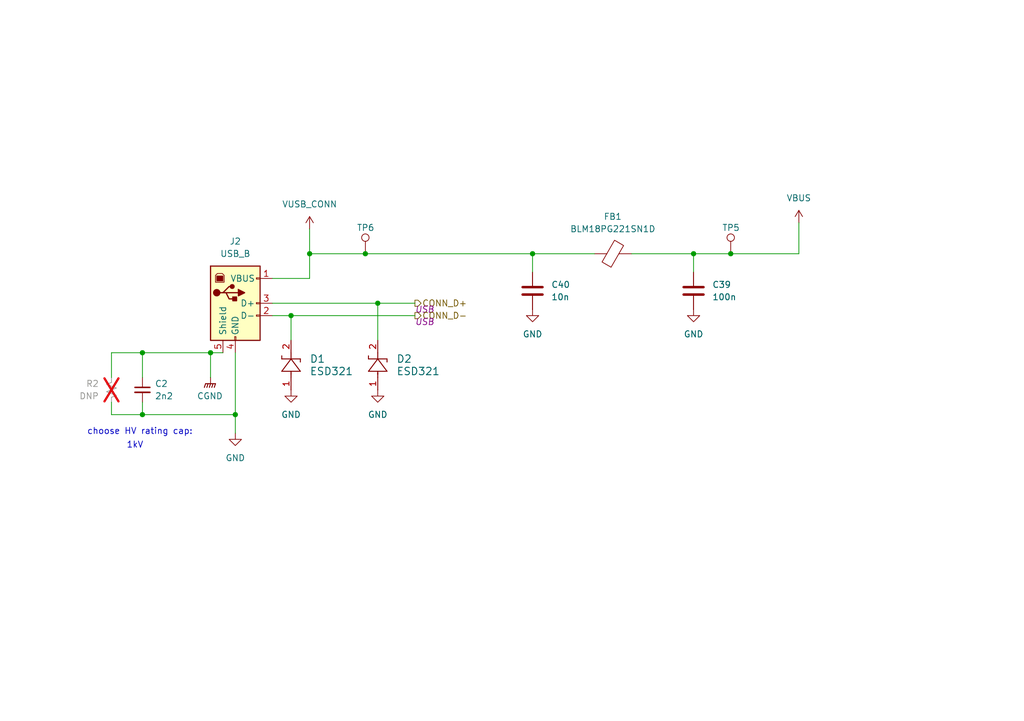
<source format=kicad_sch>
(kicad_sch (version 20231120) (generator "eeschema") (generator_version "8.0")
  (paper "A5")
  (lib_symbols
    (symbol "2024-10-02_15-56-16:ESD321DYAR" (pin_names (offset 0.254))
      (property "Reference" "D" (at 5.08 4.445 0))
      (property "Value" "ESD321DYAR" (at 5.08 -3.81 0))
      (symbol "ESD321DYAR_0_1"
        (polyline (pts (xy 2.54 0) (xy 3.4798 0)) (stroke (width 0.2032)))
        (polyline (pts (xy 3.175 0) (xy 3.81 0)) (stroke (width 0.2032)))
        (polyline (pts (xy 3.81 -1.905) (xy 6.35 0)) (stroke (width 0.2032)))
        (polyline (pts (xy 3.81 1.905) (xy 3.81 -1.905)) (stroke (width 0.2032)))
        (polyline (pts (xy 6.35 -1.905) (xy 5.715 -1.905)) (stroke (width 0.2032)))
        (polyline (pts (xy 6.35 -1.905) (xy 6.35 1.905)) (stroke (width 0.2032)))
        (polyline (pts (xy 6.35 0) (xy 3.81 1.905)) (stroke (width 0.2032)))
        (polyline (pts (xy 6.35 0) (xy 7.62 0)) (stroke (width 0.2032)))
        (polyline (pts (xy 6.35 1.905) (xy 6.985 1.905)) (stroke (width 0.2032)))
        (pin unspecified line (at 0 0 0) (length 2.54) (name "") (number "1"))
        (pin unspecified line (at 10.16 0 180) (length 2.54) (name "") (number "2"))
      )
    )
    (symbol "Connector:TestPoint" (pin_numbers hide) (pin_names (offset 0.762) hide)
      (property "Reference" "TP" (at 0 6.858 0))
      (property "Value" "TestPoint" (at 0 5.08 0))
      (symbol "TestPoint_0_1"
        (circle (center 0 3.302) (radius 0.762))
      )
      (symbol "TestPoint_1_1"
        (pin passive line (at 0 0 90) (length 2.54) (name "1") (number "1"))
      )
    )
    (symbol "Connector:USB_B" (pin_names (offset 1.016))
      (property "Reference" "J" (at -5.08 11.43 0))
      (property "Value" "USB_B" (at -5.08 8.89 0))
      (symbol "USB_B_0_1"
        (rectangle (start -5.08 -7.62) (end 5.08 7.62) (stroke (width 0.254)) (fill (type background)))
        (circle (center -3.81 2.159) (radius 0.635) (stroke (width 0.254)) (fill (type outline)))
        (rectangle (start -3.81 5.588) (end -2.54 4.572) (fill (type outline)))
        (circle (center -0.635 3.429) (radius 0.381) (stroke (width 0.254)) (fill (type outline)))
        (rectangle (start -0.127 -7.62) (end 0.127 -6.858))
        (polyline (pts (xy -1.905 2.159) (xy 0.635 2.159)) (stroke (width 0.254)))
        (polyline (pts (xy -3.175 2.159) (xy -2.54 2.159) (xy -1.27 3.429) (xy -0.635 3.429)) (stroke (width 0.254)))
        (polyline (pts (xy -2.54 2.159) (xy -1.905 2.159) (xy -1.27 0.889) (xy 0 0.889)) (stroke (width 0.254)))
        (polyline (pts (xy 0.635 2.794) (xy 0.635 1.524) (xy 1.905 2.159) (xy 0.635 2.794)) (stroke (width 0.254)) (fill (type outline)))
        (polyline (pts (xy -4.064 4.318) (xy -2.286 4.318) (xy -2.286 5.715) (xy -2.667 6.096) (xy -3.683 6.096) (xy -4.064 5.715) (xy -4.064 4.318)))
        (rectangle (start 0.254 1.27) (end -0.508 0.508) (stroke (width 0.254)) (fill (type outline)))
        (rectangle (start 5.08 -2.667) (end 4.318 -2.413))
        (rectangle (start 5.08 -0.127) (end 4.318 0.127))
        (rectangle (start 5.08 4.953) (end 4.318 5.207))
      )
      (symbol "USB_B_1_1"
        (pin power_out line (at 7.62 5.08 180) (length 2.54) (name "VBUS") (number "1"))
        (pin bidirectional line (at 7.62 -2.54 180) (length 2.54) (name "D-") (number "2"))
        (pin bidirectional line (at 7.62 0 180) (length 2.54) (name "D+") (number "3"))
        (pin power_out line (at 0 -10.16 90) (length 2.54) (name "GND") (number "4"))
        (pin passive line (at -2.54 -10.16 90) (length 2.54) (name "Shield") (number "5"))
      )
    )
    (symbol "Device:C" (pin_numbers hide) (pin_names (offset 0.254))
      (property "Reference" "C" (at 0.635 2.54 0))
      (property "Value" "C" (at 0.635 -2.54 0))
      (symbol "C_0_1"
        (polyline (pts (xy -2.032 -0.762) (xy 2.032 -0.762)) (stroke (width 0.508)))
        (polyline (pts (xy -2.032 0.762) (xy 2.032 0.762)) (stroke (width 0.508)))
      )
      (symbol "C_1_1"
        (pin passive line (at 0 3.81 270) (length 2.794) (name "~") (number "1"))
        (pin passive line (at 0 -3.81 90) (length 2.794) (name "~") (number "2"))
      )
    )
    (symbol "Device:C_Small" (pin_numbers hide) (pin_names (offset 0.254) hide)
      (property "Reference" "C" (at 0.254 1.778 0))
      (property "Value" "C_Small" (at 0.254 -2.032 0))
      (symbol "C_Small_0_1"
        (polyline (pts (xy -1.524 -0.508) (xy 1.524 -0.508)) (stroke (width 0.3302)))
        (polyline (pts (xy -1.524 0.508) (xy 1.524 0.508)) (stroke (width 0.3048)))
      )
      (symbol "C_Small_1_1"
        (pin passive line (at 0 2.54 270) (length 2.032) (name "~") (number "1"))
        (pin passive line (at 0 -2.54 90) (length 2.032) (name "~") (number "2"))
      )
    )
    (symbol "Device:FerriteBead" (pin_numbers hide) (pin_names (offset 0))
      (property "Reference" "FB" (at -3.81 0.635 90))
      (property "Value" "FerriteBead" (at 3.81 0 90))
      (symbol "FerriteBead_0_1"
        (polyline (pts (xy 0 -1.27) (xy 0 -1.2192)))
        (polyline (pts (xy 0 1.27) (xy 0 1.2954)))
        (polyline (pts (xy -2.7686 0.4064) (xy -1.7018 2.2606) (xy 2.7686 -0.3048) (xy 1.6764 -2.159) (xy -2.7686 0.4064)))
      )
      (symbol "FerriteBead_1_1"
        (pin passive line (at 0 3.81 270) (length 2.54) (name "~") (number "1"))
        (pin passive line (at 0 -3.81 90) (length 2.54) (name "~") (number "2"))
      )
    )
    (symbol "Device:R_Small_US" (pin_numbers hide) (pin_names (offset 0.254) hide)
      (property "Reference" "R" (at 0.762 0.508 0))
      (property "Value" "R_Small_US" (at 0.762 -1.016 0))
      (symbol "R_Small_US_1_1"
        (polyline (pts (xy 0 0) (xy 1.016 -0.381) (xy 0 -0.762) (xy -1.016 -1.143) (xy 0 -1.524)))
        (polyline (pts (xy 0 1.524) (xy 1.016 1.143) (xy 0 0.762) (xy -1.016 0.381) (xy 0 0)))
        (pin passive line (at 0 2.54 270) (length 1.016) (name "~") (number "1"))
        (pin passive line (at 0 -2.54 90) (length 1.016) (name "~") (number "2"))
      )
    )
    (symbol "power:GND" (power) (pin_numbers hide) (pin_names (offset 0) hide)
      (property "Value" "GND" (at 0 -3.81 0))
      (symbol "GND_0_1"
        (polyline (pts (xy 0 0) (xy 0 -1.27) (xy 1.27 -1.27) (xy 0 -2.54) (xy -1.27 -1.27) (xy 0 -1.27)))
      )
      (symbol "GND_1_1"
        (pin power_in line (at 0 0 270) (length 0) (name "~") (number "1"))
      )
    )
    (symbol "power:GNDPWR" (power) (pin_numbers hide) (pin_names (offset 0) hide)
      (property "Value" "GNDPWR" (at 0 -3.302 0))
      (symbol "GNDPWR_0_1"
        (polyline (pts (xy 0 -1.27) (xy 0 0)))
        (polyline (pts (xy -1.016 -1.27) (xy -1.27 -2.032) (xy -1.27 -2.032)) (stroke (width 0.2032)))
        (polyline (pts (xy -0.508 -1.27) (xy -0.762 -2.032) (xy -0.762 -2.032)) (stroke (width 0.2032)))
        (polyline (pts (xy 0 -1.27) (xy -0.254 -2.032) (xy -0.254 -2.032)) (stroke (width 0.2032)))
        (polyline (pts (xy 0.508 -1.27) (xy 0.254 -2.032) (xy 0.254 -2.032)) (stroke (width 0.2032)))
        (polyline (pts (xy 1.016 -1.27) (xy -1.016 -1.27) (xy -1.016 -1.27)) (stroke (width 0.2032)))
        (polyline (pts (xy 1.016 -1.27) (xy 0.762 -2.032) (xy 0.762 -2.032) (xy 0.762 -2.032)) (stroke (width 0.2032)))
      )
      (symbol "GNDPWR_1_1"
        (pin power_in line (at 0 0 270) (length 0) (name "~") (number "1"))
      )
    )
    (symbol "power:VBUS" (power) (pin_numbers hide) (pin_names (offset 0) hide)
      (property "Value" "VBUS" (at 0 3.556 0))
      (symbol "VBUS_0_1"
        (polyline (pts (xy -0.762 1.27) (xy 0 2.54)))
        (polyline (pts (xy 0 0) (xy 0 2.54)))
        (polyline (pts (xy 0 2.54) (xy 0.762 1.27)))
      )
      (symbol "VBUS_1_1"
        (pin power_in line (at 0 0 90) (length 0) (name "~") (number "1"))
      )
    )
  )
  (junction (at 109.22 52.07))
  (junction (at 29.21 72.39))
  (junction (at 142.24 52.07))
  (junction (at 29.21 85.09))
  (junction (at 48.26 85.09))
  (junction (at 63.5 52.07))
  (junction (at 59.69 64.77))
  (junction (at 74.93 52.07))
  (junction (at 43.18 72.39))
  (junction (at 149.86 52.07))
  (junction (at 77.47 62.23))
  (wire (pts (xy 55.88 62.23) (xy 77.47 62.23)))
  (wire (pts (xy 63.5 46.99) (xy 63.5 52.07)))
  (wire (pts (xy 77.47 62.23) (xy 77.47 69.85)))
  (wire (pts (xy 22.86 82.55) (xy 22.86 85.09)))
  (wire (pts (xy 129.54 52.07) (xy 142.24 52.07)))
  (wire (pts (xy 63.5 57.15) (xy 55.88 57.15)))
  (wire (pts (xy 109.22 52.07) (xy 121.92 52.07)))
  (wire (pts (xy 22.86 85.09) (xy 29.21 85.09)))
  (wire (pts (xy 142.24 52.07) (xy 142.24 55.88)))
  (wire (pts (xy 48.26 85.09) (xy 29.21 85.09)))
  (wire (pts (xy 63.5 52.07) (xy 63.5 57.15)))
  (wire (pts (xy 109.22 55.88) (xy 109.22 52.07)))
  (wire (pts (xy 45.72 72.39) (xy 43.18 72.39)))
  (wire (pts (xy 43.18 72.39) (xy 43.18 77.47)))
  (wire (pts (xy 59.69 64.77) (xy 85.09 64.77)))
  (wire (pts (xy 29.21 72.39) (xy 22.86 72.39)))
  (wire (pts (xy 63.5 52.07) (xy 74.93 52.07)))
  (wire (pts (xy 29.21 85.09) (xy 29.21 82.55)))
  (wire (pts (xy 163.83 52.07) (xy 149.86 52.07)))
  (wire (pts (xy 55.88 64.77) (xy 59.69 64.77)))
  (wire (pts (xy 22.86 72.39) (xy 22.86 77.47)))
  (wire (pts (xy 77.47 62.23) (xy 85.09 62.23)))
  (wire (pts (xy 74.93 52.07) (xy 109.22 52.07)))
  (wire (pts (xy 163.83 45.72) (xy 163.83 52.07)))
  (wire (pts (xy 149.86 52.07) (xy 142.24 52.07)))
  (wire (pts (xy 48.26 85.09) (xy 48.26 88.9)))
  (wire (pts (xy 48.26 72.39) (xy 48.26 85.09)))
  (wire (pts (xy 29.21 72.39) (xy 43.18 72.39)))
  (wire (pts (xy 59.69 64.77) (xy 59.69 69.85)))
  (wire (pts (xy 29.21 72.39) (xy 29.21 77.47)))
  (text "choose HV rating cap:\n" (at 28.702 88.646 0) (effects (font (size 1.27 1.27))))
  (text "1kV\n" (at 27.686 91.44 0) (effects (font (size 1.27 1.27))))
  (hierarchical_label "CONN_D-" (shape output) (at 85.09 64.77 0) (property "Netclass" "USB" (at 85.09 66.04 0) (effects (font (italic yes)) (justify left))))
  (hierarchical_label "CONN_D+" (shape output) (at 85.09 62.23 0) (property "Netclass" "USB" (at 85.09 63.5 0) (effects (font (italic yes)) (justify left))))
  (symbol (lib_id "Connector:TestPoint") (at 74.93 52.07 0) (unit 1)
    (property "Reference" "TP6" (at 73.152 46.7359 0) (effects (justify left)))
    (property "Value" "TestPoint" (effects (hide yes)))
    (property "Footprint" "TestPoint:TestPoint_Pad_D1.5mm" (effects (hide yes)))
    (property "Description" "test point" (effects (hide yes)))
  )
  (symbol (lib_id "Device:C") (at 142.24 59.69 0) (unit 1)
    (property "Reference" "C39" (at 146.05 58.4199 0) (effects (justify left)))
    (property "Value" "100n" (at 146.05 60.9599 0) (effects (justify left)))
    (property "Footprint" "Capacitor_SMD:C_0402_1005Metric_Pad0.74x0.62mm_HandSolder" (effects (hide yes)))
    (property "Description" "Unpolarized capacitor" (effects (hide yes)))
  )
  (symbol (lib_id "Device:FerriteBead") (at 125.73 52.07 90) (unit 1)
    (property "Reference" "FB1" (at 125.6792 44.45 90))
    (property "Value" "BLM18PG221SN1D" (at 125.6792 46.99 90))
    (property "Footprint" "Inductor_SMD:L_0603_1608Metric_Pad1.05x0.95mm_HandSolder" (effects (hide yes)))
    (property "Description" "Ferrite bead" (effects (hide yes)))
  )
  (symbol (lib_id "power:GND") (at 77.47 80.01 0) (unit 1)
    (property "Reference" "#PWR07" (effects (hide yes)))
    (property "Value" "GND" (at 77.47 85.09 0))
    (property "Description" "Power symbol creates a global label with name \"GND\" , ground" (effects (hide yes)))
  )
  (symbol (lib_id "power:GNDPWR") (at 43.18 77.47 0) (unit 1)
    (property "Reference" "#PWR03" (effects (hide yes)))
    (property "Value" "CGND" (at 43.053 81.28 0))
    (property "Description" "Power symbol creates a global label with name \"GNDPWR\" , global ground" (effects (hide yes)))
  )
  (symbol (lib_id "Device:C") (at 109.22 59.69 0) (unit 1)
    (property "Reference" "C40" (at 113.03 58.4199 0) (effects (justify left)))
    (property "Value" "10n" (at 113.03 60.9599 0) (effects (justify left)))
    (property "Footprint" "Capacitor_SMD:C_0402_1005Metric_Pad0.74x0.62mm_HandSolder" (effects (hide yes)))
    (property "Description" "Unpolarized capacitor" (effects (hide yes)))
  )
  (symbol (lib_id "power:VBUS") (at 163.83 45.72 0) (unit 1)
    (property "Reference" "#PWR076" (effects (hide yes)))
    (property "Value" "VBUS" (at 163.83 40.64 0))
    (property "Description" "Power symbol creates a global label with name \"VBUS\"" (effects (hide yes)))
  )
  (symbol (lib_id "2024-10-02_15-56-16:ESD321DYAR") (at 77.47 80.01 90) (unit 1)
    (property "Reference" "D2" (at 81.28 73.6599 90) (effects (font (size 1.524 1.524)) (justify right)))
    (property "Value" "ESD321" (at 81.28 76.1999 90) (effects (font (size 1.524 1.524)) (justify right)))
    (property "Footprint" "ul_ESD321DYAR:SOT5x3_DYA_TEX-M" (effects (hide yes)))
    (property "Datasheet" "ESD321DYAR" (effects (hide yes)))
  )
  (symbol (lib_id "power:GND") (at 109.22 63.5 0) (unit 1)
    (property "Reference" "#PWR073" (effects (hide yes)))
    (property "Value" "GND" (at 109.22 68.58 0))
    (property "Description" "Power symbol creates a global label with name \"GND\" , ground" (effects (hide yes)))
  )
  (symbol (lib_id "power:VBUS") (at 63.5 46.99 0) (unit 1)
    (property "Reference" "#PWR05" (effects (hide yes)))
    (property "Value" "VUSB_CONN" (at 63.5 41.91 0))
    (property "Description" "Power symbol creates a global label with name \"VBUS\"" (effects (hide yes)))
  )
  (symbol (lib_id "Device:C_Small") (at 29.21 80.01 0) (unit 1)
    (property "Reference" "C2" (at 31.75 78.7462 0) (effects (justify left)))
    (property "Value" "2n2" (at 31.75 81.2862 0) (effects (justify left)))
    (property "Footprint" "Capacitor_SMD:C_0805_2012Metric_Pad1.18x1.45mm_HandSolder" (effects (hide yes)))
    (property "Description" "Unpolarized capacitor, small symbol" (effects (hide yes)))
  )
  (symbol (lib_id "Connector:USB_B") (at 48.26 62.23 0) (unit 1)
    (property "Reference" "J2" (at 48.26 49.53 0))
    (property "Value" "USB_B" (at 48.26 52.07 0))
    (property "Footprint" "Connector_USB:USB_B_OST_USB-B1HSxx_Horizontal" (effects (hide yes)))
    (property "Description" "USB Type B connector" (effects (hide yes)))
  )
  (symbol (lib_id "Connector:TestPoint") (at 149.86 52.07 0) (unit 1)
    (property "Reference" "TP5" (at 148.082 46.7359 0) (effects (justify left)))
    (property "Value" "TestPoint" (effects (hide yes)))
    (property "Footprint" "TestPoint:TestPoint_Pad_D1.5mm" (effects (hide yes)))
    (property "Description" "test point" (effects (hide yes)))
  )
  (symbol (lib_id "power:GND") (at 59.69 80.01 0) (unit 1)
    (property "Reference" "#PWR06" (effects (hide yes)))
    (property "Value" "GND" (at 59.69 85.09 0))
    (property "Description" "Power symbol creates a global label with name \"GND\" , ground" (effects (hide yes)))
  )
  (symbol (lib_id "Device:R_Small_US") (at 22.86 80.01 0) (mirror y) (unit 1) (dnp yes)
    (property "Reference" "R2" (at 20.32 78.7399 0) (effects (justify left)))
    (property "Value" "DNP" (at 20.32 81.2799 0) (effects (justify left)))
    (property "Footprint" "Resistor_SMD:R_0402_1005Metric_Pad0.72x0.64mm_HandSolder" (effects (hide yes)))
    (property "Description" "Resistor, small US symbol" (effects (hide yes)))
  )
  (symbol (lib_id "power:GND") (at 142.24 63.5 0) (unit 1)
    (property "Reference" "#PWR074" (effects (hide yes)))
    (property "Value" "GND" (at 142.24 68.58 0))
    (property "Description" "Power symbol creates a global label with name \"GND\" , ground" (effects (hide yes)))
  )
  (symbol (lib_id "2024-10-02_15-56-16:ESD321DYAR") (at 59.69 80.01 90) (unit 1)
    (property "Reference" "D1" (at 63.5 73.6599 90) (effects (font (size 1.524 1.524)) (justify right)))
    (property "Value" "ESD321" (at 63.5 76.1999 90) (effects (font (size 1.524 1.524)) (justify right)))
    (property "Footprint" "ul_ESD321DYAR:SOT5x3_DYA_TEX-M" (effects (hide yes)))
    (property "Datasheet" "ESD321DYAR" (effects (hide yes)))
  )
  (symbol (lib_id "power:GND") (at 48.26 88.9 0) (unit 1)
    (property "Reference" "#PWR04" (effects (hide yes)))
    (property "Value" "GND" (at 48.26 93.98 0))
    (property "Description" "Power symbol creates a global label with name \"GND\" , ground" (effects (hide yes)))
  )
)
</source>
